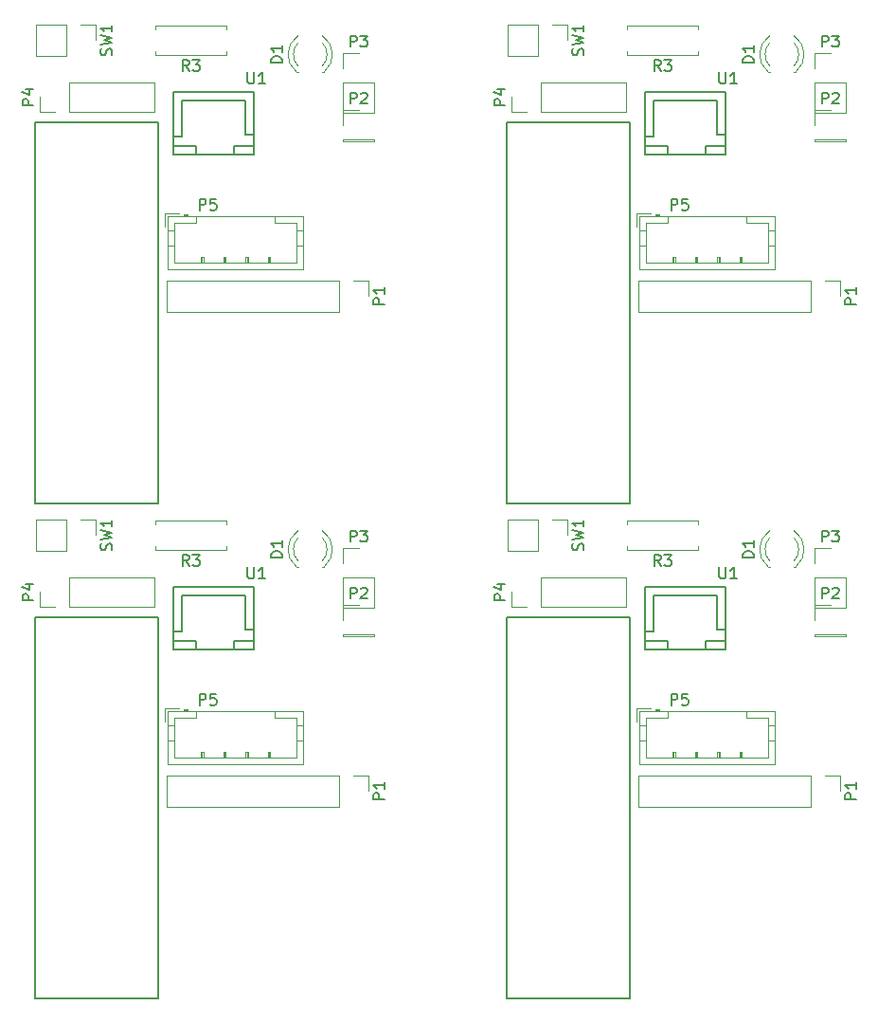
<source format=gto>
G04 #@! TF.FileFunction,Legend,Top*
%FSLAX46Y46*%
G04 Gerber Fmt 4.6, Leading zero omitted, Abs format (unit mm)*
G04 Created by KiCad (PCBNEW 4.0.7-e2-6376~58~ubuntu16.04.1) date Sat Apr 14 23:56:37 2018*
%MOMM*%
%LPD*%
G01*
G04 APERTURE LIST*
%ADD10C,0.100000*%
%ADD11C,0.120000*%
%ADD12C,0.150000*%
G04 APERTURE END LIST*
D10*
D11*
X124696000Y-72622000D02*
X124696000Y-77322000D01*
X124696000Y-77322000D02*
X136796000Y-77322000D01*
X136796000Y-77322000D02*
X136796000Y-72622000D01*
X136796000Y-72622000D02*
X124696000Y-72622000D01*
X127246000Y-72622000D02*
X127246000Y-73222000D01*
X127246000Y-73222000D02*
X125296000Y-73222000D01*
X125296000Y-73222000D02*
X125296000Y-76722000D01*
X125296000Y-76722000D02*
X136196000Y-76722000D01*
X136196000Y-76722000D02*
X136196000Y-73222000D01*
X136196000Y-73222000D02*
X134246000Y-73222000D01*
X134246000Y-73222000D02*
X134246000Y-72622000D01*
X124696000Y-73922000D02*
X125296000Y-73922000D01*
X124696000Y-75222000D02*
X125296000Y-75222000D01*
X136796000Y-73922000D02*
X136196000Y-73922000D01*
X136796000Y-75222000D02*
X136196000Y-75222000D01*
X126446000Y-72622000D02*
X126446000Y-72422000D01*
X126446000Y-72422000D02*
X126146000Y-72422000D01*
X126146000Y-72422000D02*
X126146000Y-72622000D01*
X126446000Y-72522000D02*
X126146000Y-72522000D01*
X127646000Y-76722000D02*
X127646000Y-76222000D01*
X127646000Y-76222000D02*
X127846000Y-76222000D01*
X127846000Y-76222000D02*
X127846000Y-76722000D01*
X127746000Y-76722000D02*
X127746000Y-76222000D01*
X129646000Y-76722000D02*
X129646000Y-76222000D01*
X129646000Y-76222000D02*
X129846000Y-76222000D01*
X129846000Y-76222000D02*
X129846000Y-76722000D01*
X129746000Y-76722000D02*
X129746000Y-76222000D01*
X131646000Y-76722000D02*
X131646000Y-76222000D01*
X131646000Y-76222000D02*
X131846000Y-76222000D01*
X131846000Y-76222000D02*
X131846000Y-76722000D01*
X131746000Y-76722000D02*
X131746000Y-76222000D01*
X133646000Y-76722000D02*
X133646000Y-76222000D01*
X133646000Y-76222000D02*
X133846000Y-76222000D01*
X133846000Y-76222000D02*
X133846000Y-76722000D01*
X133746000Y-76722000D02*
X133746000Y-76222000D01*
X125646000Y-72322000D02*
X124396000Y-72322000D01*
X124396000Y-72322000D02*
X124396000Y-73572000D01*
D12*
X112776000Y-64262000D02*
X112776000Y-98298000D01*
X112776000Y-98298000D02*
X123825000Y-98298000D01*
X112776000Y-64262000D02*
X123825000Y-64262000D01*
X123825000Y-64262000D02*
X123825000Y-98298000D01*
D11*
X115824000Y-63306000D02*
X123504000Y-63306000D01*
X123504000Y-63306000D02*
X123504000Y-60646000D01*
X123504000Y-60646000D02*
X115824000Y-60646000D01*
X115824000Y-60646000D02*
X115824000Y-63306000D01*
X114554000Y-63306000D02*
X113224000Y-63306000D01*
X113224000Y-63306000D02*
X113224000Y-61976000D01*
X140342000Y-65786000D02*
X140342000Y-65906000D01*
X140342000Y-65906000D02*
X143122000Y-65906000D01*
X143122000Y-65906000D02*
X143122000Y-65786000D01*
X143122000Y-65786000D02*
X140342000Y-65786000D01*
X140342000Y-64516000D02*
X140342000Y-63126000D01*
X140342000Y-63126000D02*
X141732000Y-63126000D01*
X140342000Y-60706000D02*
X140342000Y-63366000D01*
X140342000Y-63366000D02*
X143122000Y-63366000D01*
X143122000Y-63366000D02*
X143122000Y-60706000D01*
X143122000Y-60706000D02*
X140342000Y-60706000D01*
X140342000Y-59436000D02*
X140342000Y-58046000D01*
X140342000Y-58046000D02*
X141732000Y-58046000D01*
X115570000Y-55506000D02*
X112910000Y-55506000D01*
X112910000Y-55506000D02*
X112910000Y-58286000D01*
X112910000Y-58286000D02*
X115570000Y-58286000D01*
X115570000Y-58286000D02*
X115570000Y-55506000D01*
X116840000Y-55506000D02*
X118230000Y-55506000D01*
X118230000Y-55506000D02*
X118230000Y-56896000D01*
X129956000Y-57876000D02*
X129956000Y-58206000D01*
X129956000Y-58206000D02*
X123536000Y-58206000D01*
X123536000Y-58206000D02*
X123536000Y-57876000D01*
X129956000Y-55916000D02*
X129956000Y-55586000D01*
X129956000Y-55586000D02*
X123536000Y-55586000D01*
X123536000Y-55586000D02*
X123536000Y-55916000D01*
X139954000Y-78366000D02*
X124594000Y-78366000D01*
X124594000Y-78366000D02*
X124594000Y-81146000D01*
X124594000Y-81146000D02*
X139954000Y-81146000D01*
X139954000Y-81146000D02*
X139954000Y-78366000D01*
X141224000Y-78366000D02*
X142614000Y-78366000D01*
X142614000Y-78366000D02*
X142614000Y-79756000D01*
X136335392Y-56493665D02*
G75*
G03X136178484Y-59726000I1078608J-1672335D01*
G01*
X138492608Y-56493665D02*
G75*
G02X138649516Y-59726000I-1078608J-1672335D01*
G01*
X136334163Y-57124870D02*
G75*
G03X136334000Y-59206961I1079837J-1041130D01*
G01*
X138493837Y-57124870D02*
G75*
G02X138494000Y-59206961I-1079837J-1041130D01*
G01*
X136178000Y-59726000D02*
X136334000Y-59726000D01*
X138494000Y-59726000D02*
X138650000Y-59726000D01*
D12*
X125178000Y-66316000D02*
X127178000Y-66316000D01*
X125178000Y-65516000D02*
X125978000Y-65516000D01*
X127178000Y-66316000D02*
X127178000Y-67116000D01*
X132378000Y-66316000D02*
X130978000Y-66316000D01*
X130978000Y-66316000D02*
X130778000Y-66316000D01*
X130778000Y-66316000D02*
X130578000Y-66316000D01*
X130578000Y-66316000D02*
X130578000Y-66916000D01*
X130578000Y-66916000D02*
X130578000Y-67116000D01*
X130578000Y-67116000D02*
X130578000Y-66916000D01*
X125978000Y-65516000D02*
X125978000Y-62316000D01*
X125978000Y-62316000D02*
X131578000Y-62316000D01*
X131578000Y-62316000D02*
X131578000Y-65316000D01*
X131578000Y-65316000D02*
X132378000Y-65316000D01*
X125178000Y-61516000D02*
X132378000Y-61516000D01*
X132378000Y-61516000D02*
X132378000Y-67116000D01*
X132378000Y-67116000D02*
X125178000Y-67116000D01*
X125178000Y-67116000D02*
X125178000Y-61516000D01*
X167342000Y-66316000D02*
X169342000Y-66316000D01*
X167342000Y-65516000D02*
X168142000Y-65516000D01*
X169342000Y-66316000D02*
X169342000Y-67116000D01*
X174542000Y-66316000D02*
X173142000Y-66316000D01*
X173142000Y-66316000D02*
X172942000Y-66316000D01*
X172942000Y-66316000D02*
X172742000Y-66316000D01*
X172742000Y-66316000D02*
X172742000Y-66916000D01*
X172742000Y-66916000D02*
X172742000Y-67116000D01*
X172742000Y-67116000D02*
X172742000Y-66916000D01*
X168142000Y-65516000D02*
X168142000Y-62316000D01*
X168142000Y-62316000D02*
X173742000Y-62316000D01*
X173742000Y-62316000D02*
X173742000Y-65316000D01*
X173742000Y-65316000D02*
X174542000Y-65316000D01*
X167342000Y-61516000D02*
X174542000Y-61516000D01*
X174542000Y-61516000D02*
X174542000Y-67116000D01*
X174542000Y-67116000D02*
X167342000Y-67116000D01*
X167342000Y-67116000D02*
X167342000Y-61516000D01*
D11*
X178499392Y-56493665D02*
G75*
G03X178342484Y-59726000I1078608J-1672335D01*
G01*
X180656608Y-56493665D02*
G75*
G02X180813516Y-59726000I-1078608J-1672335D01*
G01*
X178498163Y-57124870D02*
G75*
G03X178498000Y-59206961I1079837J-1041130D01*
G01*
X180657837Y-57124870D02*
G75*
G02X180658000Y-59206961I-1079837J-1041130D01*
G01*
X178342000Y-59726000D02*
X178498000Y-59726000D01*
X180658000Y-59726000D02*
X180814000Y-59726000D01*
X182118000Y-78366000D02*
X166758000Y-78366000D01*
X166758000Y-78366000D02*
X166758000Y-81146000D01*
X166758000Y-81146000D02*
X182118000Y-81146000D01*
X182118000Y-81146000D02*
X182118000Y-78366000D01*
X183388000Y-78366000D02*
X184778000Y-78366000D01*
X184778000Y-78366000D02*
X184778000Y-79756000D01*
X172120000Y-57876000D02*
X172120000Y-58206000D01*
X172120000Y-58206000D02*
X165700000Y-58206000D01*
X165700000Y-58206000D02*
X165700000Y-57876000D01*
X172120000Y-55916000D02*
X172120000Y-55586000D01*
X172120000Y-55586000D02*
X165700000Y-55586000D01*
X165700000Y-55586000D02*
X165700000Y-55916000D01*
X157734000Y-55506000D02*
X155074000Y-55506000D01*
X155074000Y-55506000D02*
X155074000Y-58286000D01*
X155074000Y-58286000D02*
X157734000Y-58286000D01*
X157734000Y-58286000D02*
X157734000Y-55506000D01*
X159004000Y-55506000D02*
X160394000Y-55506000D01*
X160394000Y-55506000D02*
X160394000Y-56896000D01*
X182506000Y-60706000D02*
X182506000Y-63366000D01*
X182506000Y-63366000D02*
X185286000Y-63366000D01*
X185286000Y-63366000D02*
X185286000Y-60706000D01*
X185286000Y-60706000D02*
X182506000Y-60706000D01*
X182506000Y-59436000D02*
X182506000Y-58046000D01*
X182506000Y-58046000D02*
X183896000Y-58046000D01*
X182506000Y-65786000D02*
X182506000Y-65906000D01*
X182506000Y-65906000D02*
X185286000Y-65906000D01*
X185286000Y-65906000D02*
X185286000Y-65786000D01*
X185286000Y-65786000D02*
X182506000Y-65786000D01*
X182506000Y-64516000D02*
X182506000Y-63126000D01*
X182506000Y-63126000D02*
X183896000Y-63126000D01*
D12*
X154940000Y-64262000D02*
X154940000Y-98298000D01*
X154940000Y-98298000D02*
X165989000Y-98298000D01*
X154940000Y-64262000D02*
X165989000Y-64262000D01*
X165989000Y-64262000D02*
X165989000Y-98298000D01*
D11*
X157988000Y-63306000D02*
X165668000Y-63306000D01*
X165668000Y-63306000D02*
X165668000Y-60646000D01*
X165668000Y-60646000D02*
X157988000Y-60646000D01*
X157988000Y-60646000D02*
X157988000Y-63306000D01*
X156718000Y-63306000D02*
X155388000Y-63306000D01*
X155388000Y-63306000D02*
X155388000Y-61976000D01*
X166860000Y-72622000D02*
X166860000Y-77322000D01*
X166860000Y-77322000D02*
X178960000Y-77322000D01*
X178960000Y-77322000D02*
X178960000Y-72622000D01*
X178960000Y-72622000D02*
X166860000Y-72622000D01*
X169410000Y-72622000D02*
X169410000Y-73222000D01*
X169410000Y-73222000D02*
X167460000Y-73222000D01*
X167460000Y-73222000D02*
X167460000Y-76722000D01*
X167460000Y-76722000D02*
X178360000Y-76722000D01*
X178360000Y-76722000D02*
X178360000Y-73222000D01*
X178360000Y-73222000D02*
X176410000Y-73222000D01*
X176410000Y-73222000D02*
X176410000Y-72622000D01*
X166860000Y-73922000D02*
X167460000Y-73922000D01*
X166860000Y-75222000D02*
X167460000Y-75222000D01*
X178960000Y-73922000D02*
X178360000Y-73922000D01*
X178960000Y-75222000D02*
X178360000Y-75222000D01*
X168610000Y-72622000D02*
X168610000Y-72422000D01*
X168610000Y-72422000D02*
X168310000Y-72422000D01*
X168310000Y-72422000D02*
X168310000Y-72622000D01*
X168610000Y-72522000D02*
X168310000Y-72522000D01*
X169810000Y-76722000D02*
X169810000Y-76222000D01*
X169810000Y-76222000D02*
X170010000Y-76222000D01*
X170010000Y-76222000D02*
X170010000Y-76722000D01*
X169910000Y-76722000D02*
X169910000Y-76222000D01*
X171810000Y-76722000D02*
X171810000Y-76222000D01*
X171810000Y-76222000D02*
X172010000Y-76222000D01*
X172010000Y-76222000D02*
X172010000Y-76722000D01*
X171910000Y-76722000D02*
X171910000Y-76222000D01*
X173810000Y-76722000D02*
X173810000Y-76222000D01*
X173810000Y-76222000D02*
X174010000Y-76222000D01*
X174010000Y-76222000D02*
X174010000Y-76722000D01*
X173910000Y-76722000D02*
X173910000Y-76222000D01*
X175810000Y-76722000D02*
X175810000Y-76222000D01*
X175810000Y-76222000D02*
X176010000Y-76222000D01*
X176010000Y-76222000D02*
X176010000Y-76722000D01*
X175910000Y-76722000D02*
X175910000Y-76222000D01*
X167810000Y-72322000D02*
X166560000Y-72322000D01*
X166560000Y-72322000D02*
X166560000Y-73572000D01*
X166860000Y-116818000D02*
X166860000Y-121518000D01*
X166860000Y-121518000D02*
X178960000Y-121518000D01*
X178960000Y-121518000D02*
X178960000Y-116818000D01*
X178960000Y-116818000D02*
X166860000Y-116818000D01*
X169410000Y-116818000D02*
X169410000Y-117418000D01*
X169410000Y-117418000D02*
X167460000Y-117418000D01*
X167460000Y-117418000D02*
X167460000Y-120918000D01*
X167460000Y-120918000D02*
X178360000Y-120918000D01*
X178360000Y-120918000D02*
X178360000Y-117418000D01*
X178360000Y-117418000D02*
X176410000Y-117418000D01*
X176410000Y-117418000D02*
X176410000Y-116818000D01*
X166860000Y-118118000D02*
X167460000Y-118118000D01*
X166860000Y-119418000D02*
X167460000Y-119418000D01*
X178960000Y-118118000D02*
X178360000Y-118118000D01*
X178960000Y-119418000D02*
X178360000Y-119418000D01*
X168610000Y-116818000D02*
X168610000Y-116618000D01*
X168610000Y-116618000D02*
X168310000Y-116618000D01*
X168310000Y-116618000D02*
X168310000Y-116818000D01*
X168610000Y-116718000D02*
X168310000Y-116718000D01*
X169810000Y-120918000D02*
X169810000Y-120418000D01*
X169810000Y-120418000D02*
X170010000Y-120418000D01*
X170010000Y-120418000D02*
X170010000Y-120918000D01*
X169910000Y-120918000D02*
X169910000Y-120418000D01*
X171810000Y-120918000D02*
X171810000Y-120418000D01*
X171810000Y-120418000D02*
X172010000Y-120418000D01*
X172010000Y-120418000D02*
X172010000Y-120918000D01*
X171910000Y-120918000D02*
X171910000Y-120418000D01*
X173810000Y-120918000D02*
X173810000Y-120418000D01*
X173810000Y-120418000D02*
X174010000Y-120418000D01*
X174010000Y-120418000D02*
X174010000Y-120918000D01*
X173910000Y-120918000D02*
X173910000Y-120418000D01*
X175810000Y-120918000D02*
X175810000Y-120418000D01*
X175810000Y-120418000D02*
X176010000Y-120418000D01*
X176010000Y-120418000D02*
X176010000Y-120918000D01*
X175910000Y-120918000D02*
X175910000Y-120418000D01*
X167810000Y-116518000D02*
X166560000Y-116518000D01*
X166560000Y-116518000D02*
X166560000Y-117768000D01*
D12*
X154940000Y-108458000D02*
X154940000Y-142494000D01*
X154940000Y-142494000D02*
X165989000Y-142494000D01*
X154940000Y-108458000D02*
X165989000Y-108458000D01*
X165989000Y-108458000D02*
X165989000Y-142494000D01*
D11*
X157988000Y-107502000D02*
X165668000Y-107502000D01*
X165668000Y-107502000D02*
X165668000Y-104842000D01*
X165668000Y-104842000D02*
X157988000Y-104842000D01*
X157988000Y-104842000D02*
X157988000Y-107502000D01*
X156718000Y-107502000D02*
X155388000Y-107502000D01*
X155388000Y-107502000D02*
X155388000Y-106172000D01*
X182506000Y-109982000D02*
X182506000Y-110102000D01*
X182506000Y-110102000D02*
X185286000Y-110102000D01*
X185286000Y-110102000D02*
X185286000Y-109982000D01*
X185286000Y-109982000D02*
X182506000Y-109982000D01*
X182506000Y-108712000D02*
X182506000Y-107322000D01*
X182506000Y-107322000D02*
X183896000Y-107322000D01*
X182506000Y-104902000D02*
X182506000Y-107562000D01*
X182506000Y-107562000D02*
X185286000Y-107562000D01*
X185286000Y-107562000D02*
X185286000Y-104902000D01*
X185286000Y-104902000D02*
X182506000Y-104902000D01*
X182506000Y-103632000D02*
X182506000Y-102242000D01*
X182506000Y-102242000D02*
X183896000Y-102242000D01*
X157734000Y-99702000D02*
X155074000Y-99702000D01*
X155074000Y-99702000D02*
X155074000Y-102482000D01*
X155074000Y-102482000D02*
X157734000Y-102482000D01*
X157734000Y-102482000D02*
X157734000Y-99702000D01*
X159004000Y-99702000D02*
X160394000Y-99702000D01*
X160394000Y-99702000D02*
X160394000Y-101092000D01*
X172120000Y-102072000D02*
X172120000Y-102402000D01*
X172120000Y-102402000D02*
X165700000Y-102402000D01*
X165700000Y-102402000D02*
X165700000Y-102072000D01*
X172120000Y-100112000D02*
X172120000Y-99782000D01*
X172120000Y-99782000D02*
X165700000Y-99782000D01*
X165700000Y-99782000D02*
X165700000Y-100112000D01*
X182118000Y-122562000D02*
X166758000Y-122562000D01*
X166758000Y-122562000D02*
X166758000Y-125342000D01*
X166758000Y-125342000D02*
X182118000Y-125342000D01*
X182118000Y-125342000D02*
X182118000Y-122562000D01*
X183388000Y-122562000D02*
X184778000Y-122562000D01*
X184778000Y-122562000D02*
X184778000Y-123952000D01*
X178499392Y-100689665D02*
G75*
G03X178342484Y-103922000I1078608J-1672335D01*
G01*
X180656608Y-100689665D02*
G75*
G02X180813516Y-103922000I-1078608J-1672335D01*
G01*
X178498163Y-101320870D02*
G75*
G03X178498000Y-103402961I1079837J-1041130D01*
G01*
X180657837Y-101320870D02*
G75*
G02X180658000Y-103402961I-1079837J-1041130D01*
G01*
X178342000Y-103922000D02*
X178498000Y-103922000D01*
X180658000Y-103922000D02*
X180814000Y-103922000D01*
D12*
X167342000Y-110512000D02*
X169342000Y-110512000D01*
X167342000Y-109712000D02*
X168142000Y-109712000D01*
X169342000Y-110512000D02*
X169342000Y-111312000D01*
X174542000Y-110512000D02*
X173142000Y-110512000D01*
X173142000Y-110512000D02*
X172942000Y-110512000D01*
X172942000Y-110512000D02*
X172742000Y-110512000D01*
X172742000Y-110512000D02*
X172742000Y-111112000D01*
X172742000Y-111112000D02*
X172742000Y-111312000D01*
X172742000Y-111312000D02*
X172742000Y-111112000D01*
X168142000Y-109712000D02*
X168142000Y-106512000D01*
X168142000Y-106512000D02*
X173742000Y-106512000D01*
X173742000Y-106512000D02*
X173742000Y-109512000D01*
X173742000Y-109512000D02*
X174542000Y-109512000D01*
X167342000Y-105712000D02*
X174542000Y-105712000D01*
X174542000Y-105712000D02*
X174542000Y-111312000D01*
X174542000Y-111312000D02*
X167342000Y-111312000D01*
X167342000Y-111312000D02*
X167342000Y-105712000D01*
X125178000Y-110512000D02*
X127178000Y-110512000D01*
X125178000Y-109712000D02*
X125978000Y-109712000D01*
X127178000Y-110512000D02*
X127178000Y-111312000D01*
X132378000Y-110512000D02*
X130978000Y-110512000D01*
X130978000Y-110512000D02*
X130778000Y-110512000D01*
X130778000Y-110512000D02*
X130578000Y-110512000D01*
X130578000Y-110512000D02*
X130578000Y-111112000D01*
X130578000Y-111112000D02*
X130578000Y-111312000D01*
X130578000Y-111312000D02*
X130578000Y-111112000D01*
X125978000Y-109712000D02*
X125978000Y-106512000D01*
X125978000Y-106512000D02*
X131578000Y-106512000D01*
X131578000Y-106512000D02*
X131578000Y-109512000D01*
X131578000Y-109512000D02*
X132378000Y-109512000D01*
X125178000Y-105712000D02*
X132378000Y-105712000D01*
X132378000Y-105712000D02*
X132378000Y-111312000D01*
X132378000Y-111312000D02*
X125178000Y-111312000D01*
X125178000Y-111312000D02*
X125178000Y-105712000D01*
D11*
X136335392Y-100689665D02*
G75*
G03X136178484Y-103922000I1078608J-1672335D01*
G01*
X138492608Y-100689665D02*
G75*
G02X138649516Y-103922000I-1078608J-1672335D01*
G01*
X136334163Y-101320870D02*
G75*
G03X136334000Y-103402961I1079837J-1041130D01*
G01*
X138493837Y-101320870D02*
G75*
G02X138494000Y-103402961I-1079837J-1041130D01*
G01*
X136178000Y-103922000D02*
X136334000Y-103922000D01*
X138494000Y-103922000D02*
X138650000Y-103922000D01*
X139954000Y-122562000D02*
X124594000Y-122562000D01*
X124594000Y-122562000D02*
X124594000Y-125342000D01*
X124594000Y-125342000D02*
X139954000Y-125342000D01*
X139954000Y-125342000D02*
X139954000Y-122562000D01*
X141224000Y-122562000D02*
X142614000Y-122562000D01*
X142614000Y-122562000D02*
X142614000Y-123952000D01*
X129956000Y-102072000D02*
X129956000Y-102402000D01*
X129956000Y-102402000D02*
X123536000Y-102402000D01*
X123536000Y-102402000D02*
X123536000Y-102072000D01*
X129956000Y-100112000D02*
X129956000Y-99782000D01*
X129956000Y-99782000D02*
X123536000Y-99782000D01*
X123536000Y-99782000D02*
X123536000Y-100112000D01*
X115570000Y-99702000D02*
X112910000Y-99702000D01*
X112910000Y-99702000D02*
X112910000Y-102482000D01*
X112910000Y-102482000D02*
X115570000Y-102482000D01*
X115570000Y-102482000D02*
X115570000Y-99702000D01*
X116840000Y-99702000D02*
X118230000Y-99702000D01*
X118230000Y-99702000D02*
X118230000Y-101092000D01*
X140342000Y-104902000D02*
X140342000Y-107562000D01*
X140342000Y-107562000D02*
X143122000Y-107562000D01*
X143122000Y-107562000D02*
X143122000Y-104902000D01*
X143122000Y-104902000D02*
X140342000Y-104902000D01*
X140342000Y-103632000D02*
X140342000Y-102242000D01*
X140342000Y-102242000D02*
X141732000Y-102242000D01*
X140342000Y-109982000D02*
X140342000Y-110102000D01*
X140342000Y-110102000D02*
X143122000Y-110102000D01*
X143122000Y-110102000D02*
X143122000Y-109982000D01*
X143122000Y-109982000D02*
X140342000Y-109982000D01*
X140342000Y-108712000D02*
X140342000Y-107322000D01*
X140342000Y-107322000D02*
X141732000Y-107322000D01*
D12*
X112776000Y-108458000D02*
X112776000Y-142494000D01*
X112776000Y-142494000D02*
X123825000Y-142494000D01*
X112776000Y-108458000D02*
X123825000Y-108458000D01*
X123825000Y-108458000D02*
X123825000Y-142494000D01*
D11*
X115824000Y-107502000D02*
X123504000Y-107502000D01*
X123504000Y-107502000D02*
X123504000Y-104842000D01*
X123504000Y-104842000D02*
X115824000Y-104842000D01*
X115824000Y-104842000D02*
X115824000Y-107502000D01*
X114554000Y-107502000D02*
X113224000Y-107502000D01*
X113224000Y-107502000D02*
X113224000Y-106172000D01*
X124696000Y-116818000D02*
X124696000Y-121518000D01*
X124696000Y-121518000D02*
X136796000Y-121518000D01*
X136796000Y-121518000D02*
X136796000Y-116818000D01*
X136796000Y-116818000D02*
X124696000Y-116818000D01*
X127246000Y-116818000D02*
X127246000Y-117418000D01*
X127246000Y-117418000D02*
X125296000Y-117418000D01*
X125296000Y-117418000D02*
X125296000Y-120918000D01*
X125296000Y-120918000D02*
X136196000Y-120918000D01*
X136196000Y-120918000D02*
X136196000Y-117418000D01*
X136196000Y-117418000D02*
X134246000Y-117418000D01*
X134246000Y-117418000D02*
X134246000Y-116818000D01*
X124696000Y-118118000D02*
X125296000Y-118118000D01*
X124696000Y-119418000D02*
X125296000Y-119418000D01*
X136796000Y-118118000D02*
X136196000Y-118118000D01*
X136796000Y-119418000D02*
X136196000Y-119418000D01*
X126446000Y-116818000D02*
X126446000Y-116618000D01*
X126446000Y-116618000D02*
X126146000Y-116618000D01*
X126146000Y-116618000D02*
X126146000Y-116818000D01*
X126446000Y-116718000D02*
X126146000Y-116718000D01*
X127646000Y-120918000D02*
X127646000Y-120418000D01*
X127646000Y-120418000D02*
X127846000Y-120418000D01*
X127846000Y-120418000D02*
X127846000Y-120918000D01*
X127746000Y-120918000D02*
X127746000Y-120418000D01*
X129646000Y-120918000D02*
X129646000Y-120418000D01*
X129646000Y-120418000D02*
X129846000Y-120418000D01*
X129846000Y-120418000D02*
X129846000Y-120918000D01*
X129746000Y-120918000D02*
X129746000Y-120418000D01*
X131646000Y-120918000D02*
X131646000Y-120418000D01*
X131646000Y-120418000D02*
X131846000Y-120418000D01*
X131846000Y-120418000D02*
X131846000Y-120918000D01*
X131746000Y-120918000D02*
X131746000Y-120418000D01*
X133646000Y-120918000D02*
X133646000Y-120418000D01*
X133646000Y-120418000D02*
X133846000Y-120418000D01*
X133846000Y-120418000D02*
X133846000Y-120918000D01*
X133746000Y-120918000D02*
X133746000Y-120418000D01*
X125646000Y-116518000D02*
X124396000Y-116518000D01*
X124396000Y-116518000D02*
X124396000Y-117768000D01*
D12*
X127507905Y-72074381D02*
X127507905Y-71074381D01*
X127888858Y-71074381D01*
X127984096Y-71122000D01*
X128031715Y-71169619D01*
X128079334Y-71264857D01*
X128079334Y-71407714D01*
X128031715Y-71502952D01*
X127984096Y-71550571D01*
X127888858Y-71598190D01*
X127507905Y-71598190D01*
X128984096Y-71074381D02*
X128507905Y-71074381D01*
X128460286Y-71550571D01*
X128507905Y-71502952D01*
X128603143Y-71455333D01*
X128841239Y-71455333D01*
X128936477Y-71502952D01*
X128984096Y-71550571D01*
X129031715Y-71645810D01*
X129031715Y-71883905D01*
X128984096Y-71979143D01*
X128936477Y-72026762D01*
X128841239Y-72074381D01*
X128603143Y-72074381D01*
X128507905Y-72026762D01*
X128460286Y-71979143D01*
X112676381Y-62714095D02*
X111676381Y-62714095D01*
X111676381Y-62333142D01*
X111724000Y-62237904D01*
X111771619Y-62190285D01*
X111866857Y-62142666D01*
X112009714Y-62142666D01*
X112104952Y-62190285D01*
X112152571Y-62237904D01*
X112200190Y-62333142D01*
X112200190Y-62714095D01*
X112009714Y-61285523D02*
X112676381Y-61285523D01*
X111628762Y-61523619D02*
X112343048Y-61761714D01*
X112343048Y-61142666D01*
X140993905Y-62578381D02*
X140993905Y-61578381D01*
X141374858Y-61578381D01*
X141470096Y-61626000D01*
X141517715Y-61673619D01*
X141565334Y-61768857D01*
X141565334Y-61911714D01*
X141517715Y-62006952D01*
X141470096Y-62054571D01*
X141374858Y-62102190D01*
X140993905Y-62102190D01*
X141946286Y-61673619D02*
X141993905Y-61626000D01*
X142089143Y-61578381D01*
X142327239Y-61578381D01*
X142422477Y-61626000D01*
X142470096Y-61673619D01*
X142517715Y-61768857D01*
X142517715Y-61864095D01*
X142470096Y-62006952D01*
X141898667Y-62578381D01*
X142517715Y-62578381D01*
X140993905Y-57498381D02*
X140993905Y-56498381D01*
X141374858Y-56498381D01*
X141470096Y-56546000D01*
X141517715Y-56593619D01*
X141565334Y-56688857D01*
X141565334Y-56831714D01*
X141517715Y-56926952D01*
X141470096Y-56974571D01*
X141374858Y-57022190D01*
X140993905Y-57022190D01*
X141898667Y-56498381D02*
X142517715Y-56498381D01*
X142184381Y-56879333D01*
X142327239Y-56879333D01*
X142422477Y-56926952D01*
X142470096Y-56974571D01*
X142517715Y-57069810D01*
X142517715Y-57307905D01*
X142470096Y-57403143D01*
X142422477Y-57450762D01*
X142327239Y-57498381D01*
X142041524Y-57498381D01*
X141946286Y-57450762D01*
X141898667Y-57403143D01*
X119634762Y-58229333D02*
X119682381Y-58086476D01*
X119682381Y-57848380D01*
X119634762Y-57753142D01*
X119587143Y-57705523D01*
X119491905Y-57657904D01*
X119396667Y-57657904D01*
X119301429Y-57705523D01*
X119253810Y-57753142D01*
X119206190Y-57848380D01*
X119158571Y-58038857D01*
X119110952Y-58134095D01*
X119063333Y-58181714D01*
X118968095Y-58229333D01*
X118872857Y-58229333D01*
X118777619Y-58181714D01*
X118730000Y-58134095D01*
X118682381Y-58038857D01*
X118682381Y-57800761D01*
X118730000Y-57657904D01*
X118682381Y-57324571D02*
X119682381Y-57086476D01*
X118968095Y-56895999D01*
X119682381Y-56705523D01*
X118682381Y-56467428D01*
X119682381Y-55562666D02*
X119682381Y-56134095D01*
X119682381Y-55848381D02*
X118682381Y-55848381D01*
X118825238Y-55943619D01*
X118920476Y-56038857D01*
X118968095Y-56134095D01*
X126579334Y-59658381D02*
X126246000Y-59182190D01*
X126007905Y-59658381D02*
X126007905Y-58658381D01*
X126388858Y-58658381D01*
X126484096Y-58706000D01*
X126531715Y-58753619D01*
X126579334Y-58848857D01*
X126579334Y-58991714D01*
X126531715Y-59086952D01*
X126484096Y-59134571D01*
X126388858Y-59182190D01*
X126007905Y-59182190D01*
X126912667Y-58658381D02*
X127531715Y-58658381D01*
X127198381Y-59039333D01*
X127341239Y-59039333D01*
X127436477Y-59086952D01*
X127484096Y-59134571D01*
X127531715Y-59229810D01*
X127531715Y-59467905D01*
X127484096Y-59563143D01*
X127436477Y-59610762D01*
X127341239Y-59658381D01*
X127055524Y-59658381D01*
X126960286Y-59610762D01*
X126912667Y-59563143D01*
X144066381Y-80494095D02*
X143066381Y-80494095D01*
X143066381Y-80113142D01*
X143114000Y-80017904D01*
X143161619Y-79970285D01*
X143256857Y-79922666D01*
X143399714Y-79922666D01*
X143494952Y-79970285D01*
X143542571Y-80017904D01*
X143590190Y-80113142D01*
X143590190Y-80494095D01*
X144066381Y-78970285D02*
X144066381Y-79541714D01*
X144066381Y-79256000D02*
X143066381Y-79256000D01*
X143209238Y-79351238D01*
X143304476Y-79446476D01*
X143352095Y-79541714D01*
X134906381Y-58904095D02*
X133906381Y-58904095D01*
X133906381Y-58666000D01*
X133954000Y-58523142D01*
X134049238Y-58427904D01*
X134144476Y-58380285D01*
X134334952Y-58332666D01*
X134477810Y-58332666D01*
X134668286Y-58380285D01*
X134763524Y-58427904D01*
X134858762Y-58523142D01*
X134906381Y-58666000D01*
X134906381Y-58904095D01*
X134906381Y-57380285D02*
X134906381Y-57951714D01*
X134906381Y-57666000D02*
X133906381Y-57666000D01*
X134049238Y-57761238D01*
X134144476Y-57856476D01*
X134192095Y-57951714D01*
X131816095Y-59768381D02*
X131816095Y-60577905D01*
X131863714Y-60673143D01*
X131911333Y-60720762D01*
X132006571Y-60768381D01*
X132197048Y-60768381D01*
X132292286Y-60720762D01*
X132339905Y-60673143D01*
X132387524Y-60577905D01*
X132387524Y-59768381D01*
X133387524Y-60768381D02*
X132816095Y-60768381D01*
X133101809Y-60768381D02*
X133101809Y-59768381D01*
X133006571Y-59911238D01*
X132911333Y-60006476D01*
X132816095Y-60054095D01*
X173980095Y-59768381D02*
X173980095Y-60577905D01*
X174027714Y-60673143D01*
X174075333Y-60720762D01*
X174170571Y-60768381D01*
X174361048Y-60768381D01*
X174456286Y-60720762D01*
X174503905Y-60673143D01*
X174551524Y-60577905D01*
X174551524Y-59768381D01*
X175551524Y-60768381D02*
X174980095Y-60768381D01*
X175265809Y-60768381D02*
X175265809Y-59768381D01*
X175170571Y-59911238D01*
X175075333Y-60006476D01*
X174980095Y-60054095D01*
X177070381Y-58904095D02*
X176070381Y-58904095D01*
X176070381Y-58666000D01*
X176118000Y-58523142D01*
X176213238Y-58427904D01*
X176308476Y-58380285D01*
X176498952Y-58332666D01*
X176641810Y-58332666D01*
X176832286Y-58380285D01*
X176927524Y-58427904D01*
X177022762Y-58523142D01*
X177070381Y-58666000D01*
X177070381Y-58904095D01*
X177070381Y-57380285D02*
X177070381Y-57951714D01*
X177070381Y-57666000D02*
X176070381Y-57666000D01*
X176213238Y-57761238D01*
X176308476Y-57856476D01*
X176356095Y-57951714D01*
X186230381Y-80494095D02*
X185230381Y-80494095D01*
X185230381Y-80113142D01*
X185278000Y-80017904D01*
X185325619Y-79970285D01*
X185420857Y-79922666D01*
X185563714Y-79922666D01*
X185658952Y-79970285D01*
X185706571Y-80017904D01*
X185754190Y-80113142D01*
X185754190Y-80494095D01*
X186230381Y-78970285D02*
X186230381Y-79541714D01*
X186230381Y-79256000D02*
X185230381Y-79256000D01*
X185373238Y-79351238D01*
X185468476Y-79446476D01*
X185516095Y-79541714D01*
X168743334Y-59658381D02*
X168410000Y-59182190D01*
X168171905Y-59658381D02*
X168171905Y-58658381D01*
X168552858Y-58658381D01*
X168648096Y-58706000D01*
X168695715Y-58753619D01*
X168743334Y-58848857D01*
X168743334Y-58991714D01*
X168695715Y-59086952D01*
X168648096Y-59134571D01*
X168552858Y-59182190D01*
X168171905Y-59182190D01*
X169076667Y-58658381D02*
X169695715Y-58658381D01*
X169362381Y-59039333D01*
X169505239Y-59039333D01*
X169600477Y-59086952D01*
X169648096Y-59134571D01*
X169695715Y-59229810D01*
X169695715Y-59467905D01*
X169648096Y-59563143D01*
X169600477Y-59610762D01*
X169505239Y-59658381D01*
X169219524Y-59658381D01*
X169124286Y-59610762D01*
X169076667Y-59563143D01*
X161798762Y-58229333D02*
X161846381Y-58086476D01*
X161846381Y-57848380D01*
X161798762Y-57753142D01*
X161751143Y-57705523D01*
X161655905Y-57657904D01*
X161560667Y-57657904D01*
X161465429Y-57705523D01*
X161417810Y-57753142D01*
X161370190Y-57848380D01*
X161322571Y-58038857D01*
X161274952Y-58134095D01*
X161227333Y-58181714D01*
X161132095Y-58229333D01*
X161036857Y-58229333D01*
X160941619Y-58181714D01*
X160894000Y-58134095D01*
X160846381Y-58038857D01*
X160846381Y-57800761D01*
X160894000Y-57657904D01*
X160846381Y-57324571D02*
X161846381Y-57086476D01*
X161132095Y-56895999D01*
X161846381Y-56705523D01*
X160846381Y-56467428D01*
X161846381Y-55562666D02*
X161846381Y-56134095D01*
X161846381Y-55848381D02*
X160846381Y-55848381D01*
X160989238Y-55943619D01*
X161084476Y-56038857D01*
X161132095Y-56134095D01*
X183157905Y-57498381D02*
X183157905Y-56498381D01*
X183538858Y-56498381D01*
X183634096Y-56546000D01*
X183681715Y-56593619D01*
X183729334Y-56688857D01*
X183729334Y-56831714D01*
X183681715Y-56926952D01*
X183634096Y-56974571D01*
X183538858Y-57022190D01*
X183157905Y-57022190D01*
X184062667Y-56498381D02*
X184681715Y-56498381D01*
X184348381Y-56879333D01*
X184491239Y-56879333D01*
X184586477Y-56926952D01*
X184634096Y-56974571D01*
X184681715Y-57069810D01*
X184681715Y-57307905D01*
X184634096Y-57403143D01*
X184586477Y-57450762D01*
X184491239Y-57498381D01*
X184205524Y-57498381D01*
X184110286Y-57450762D01*
X184062667Y-57403143D01*
X183157905Y-62578381D02*
X183157905Y-61578381D01*
X183538858Y-61578381D01*
X183634096Y-61626000D01*
X183681715Y-61673619D01*
X183729334Y-61768857D01*
X183729334Y-61911714D01*
X183681715Y-62006952D01*
X183634096Y-62054571D01*
X183538858Y-62102190D01*
X183157905Y-62102190D01*
X184110286Y-61673619D02*
X184157905Y-61626000D01*
X184253143Y-61578381D01*
X184491239Y-61578381D01*
X184586477Y-61626000D01*
X184634096Y-61673619D01*
X184681715Y-61768857D01*
X184681715Y-61864095D01*
X184634096Y-62006952D01*
X184062667Y-62578381D01*
X184681715Y-62578381D01*
X154840381Y-62714095D02*
X153840381Y-62714095D01*
X153840381Y-62333142D01*
X153888000Y-62237904D01*
X153935619Y-62190285D01*
X154030857Y-62142666D01*
X154173714Y-62142666D01*
X154268952Y-62190285D01*
X154316571Y-62237904D01*
X154364190Y-62333142D01*
X154364190Y-62714095D01*
X154173714Y-61285523D02*
X154840381Y-61285523D01*
X153792762Y-61523619D02*
X154507048Y-61761714D01*
X154507048Y-61142666D01*
X169671905Y-72074381D02*
X169671905Y-71074381D01*
X170052858Y-71074381D01*
X170148096Y-71122000D01*
X170195715Y-71169619D01*
X170243334Y-71264857D01*
X170243334Y-71407714D01*
X170195715Y-71502952D01*
X170148096Y-71550571D01*
X170052858Y-71598190D01*
X169671905Y-71598190D01*
X171148096Y-71074381D02*
X170671905Y-71074381D01*
X170624286Y-71550571D01*
X170671905Y-71502952D01*
X170767143Y-71455333D01*
X171005239Y-71455333D01*
X171100477Y-71502952D01*
X171148096Y-71550571D01*
X171195715Y-71645810D01*
X171195715Y-71883905D01*
X171148096Y-71979143D01*
X171100477Y-72026762D01*
X171005239Y-72074381D01*
X170767143Y-72074381D01*
X170671905Y-72026762D01*
X170624286Y-71979143D01*
X169671905Y-116270381D02*
X169671905Y-115270381D01*
X170052858Y-115270381D01*
X170148096Y-115318000D01*
X170195715Y-115365619D01*
X170243334Y-115460857D01*
X170243334Y-115603714D01*
X170195715Y-115698952D01*
X170148096Y-115746571D01*
X170052858Y-115794190D01*
X169671905Y-115794190D01*
X171148096Y-115270381D02*
X170671905Y-115270381D01*
X170624286Y-115746571D01*
X170671905Y-115698952D01*
X170767143Y-115651333D01*
X171005239Y-115651333D01*
X171100477Y-115698952D01*
X171148096Y-115746571D01*
X171195715Y-115841810D01*
X171195715Y-116079905D01*
X171148096Y-116175143D01*
X171100477Y-116222762D01*
X171005239Y-116270381D01*
X170767143Y-116270381D01*
X170671905Y-116222762D01*
X170624286Y-116175143D01*
X154840381Y-106910095D02*
X153840381Y-106910095D01*
X153840381Y-106529142D01*
X153888000Y-106433904D01*
X153935619Y-106386285D01*
X154030857Y-106338666D01*
X154173714Y-106338666D01*
X154268952Y-106386285D01*
X154316571Y-106433904D01*
X154364190Y-106529142D01*
X154364190Y-106910095D01*
X154173714Y-105481523D02*
X154840381Y-105481523D01*
X153792762Y-105719619D02*
X154507048Y-105957714D01*
X154507048Y-105338666D01*
X183157905Y-106774381D02*
X183157905Y-105774381D01*
X183538858Y-105774381D01*
X183634096Y-105822000D01*
X183681715Y-105869619D01*
X183729334Y-105964857D01*
X183729334Y-106107714D01*
X183681715Y-106202952D01*
X183634096Y-106250571D01*
X183538858Y-106298190D01*
X183157905Y-106298190D01*
X184110286Y-105869619D02*
X184157905Y-105822000D01*
X184253143Y-105774381D01*
X184491239Y-105774381D01*
X184586477Y-105822000D01*
X184634096Y-105869619D01*
X184681715Y-105964857D01*
X184681715Y-106060095D01*
X184634096Y-106202952D01*
X184062667Y-106774381D01*
X184681715Y-106774381D01*
X183157905Y-101694381D02*
X183157905Y-100694381D01*
X183538858Y-100694381D01*
X183634096Y-100742000D01*
X183681715Y-100789619D01*
X183729334Y-100884857D01*
X183729334Y-101027714D01*
X183681715Y-101122952D01*
X183634096Y-101170571D01*
X183538858Y-101218190D01*
X183157905Y-101218190D01*
X184062667Y-100694381D02*
X184681715Y-100694381D01*
X184348381Y-101075333D01*
X184491239Y-101075333D01*
X184586477Y-101122952D01*
X184634096Y-101170571D01*
X184681715Y-101265810D01*
X184681715Y-101503905D01*
X184634096Y-101599143D01*
X184586477Y-101646762D01*
X184491239Y-101694381D01*
X184205524Y-101694381D01*
X184110286Y-101646762D01*
X184062667Y-101599143D01*
X161798762Y-102425333D02*
X161846381Y-102282476D01*
X161846381Y-102044380D01*
X161798762Y-101949142D01*
X161751143Y-101901523D01*
X161655905Y-101853904D01*
X161560667Y-101853904D01*
X161465429Y-101901523D01*
X161417810Y-101949142D01*
X161370190Y-102044380D01*
X161322571Y-102234857D01*
X161274952Y-102330095D01*
X161227333Y-102377714D01*
X161132095Y-102425333D01*
X161036857Y-102425333D01*
X160941619Y-102377714D01*
X160894000Y-102330095D01*
X160846381Y-102234857D01*
X160846381Y-101996761D01*
X160894000Y-101853904D01*
X160846381Y-101520571D02*
X161846381Y-101282476D01*
X161132095Y-101091999D01*
X161846381Y-100901523D01*
X160846381Y-100663428D01*
X161846381Y-99758666D02*
X161846381Y-100330095D01*
X161846381Y-100044381D02*
X160846381Y-100044381D01*
X160989238Y-100139619D01*
X161084476Y-100234857D01*
X161132095Y-100330095D01*
X168743334Y-103854381D02*
X168410000Y-103378190D01*
X168171905Y-103854381D02*
X168171905Y-102854381D01*
X168552858Y-102854381D01*
X168648096Y-102902000D01*
X168695715Y-102949619D01*
X168743334Y-103044857D01*
X168743334Y-103187714D01*
X168695715Y-103282952D01*
X168648096Y-103330571D01*
X168552858Y-103378190D01*
X168171905Y-103378190D01*
X169076667Y-102854381D02*
X169695715Y-102854381D01*
X169362381Y-103235333D01*
X169505239Y-103235333D01*
X169600477Y-103282952D01*
X169648096Y-103330571D01*
X169695715Y-103425810D01*
X169695715Y-103663905D01*
X169648096Y-103759143D01*
X169600477Y-103806762D01*
X169505239Y-103854381D01*
X169219524Y-103854381D01*
X169124286Y-103806762D01*
X169076667Y-103759143D01*
X186230381Y-124690095D02*
X185230381Y-124690095D01*
X185230381Y-124309142D01*
X185278000Y-124213904D01*
X185325619Y-124166285D01*
X185420857Y-124118666D01*
X185563714Y-124118666D01*
X185658952Y-124166285D01*
X185706571Y-124213904D01*
X185754190Y-124309142D01*
X185754190Y-124690095D01*
X186230381Y-123166285D02*
X186230381Y-123737714D01*
X186230381Y-123452000D02*
X185230381Y-123452000D01*
X185373238Y-123547238D01*
X185468476Y-123642476D01*
X185516095Y-123737714D01*
X177070381Y-103100095D02*
X176070381Y-103100095D01*
X176070381Y-102862000D01*
X176118000Y-102719142D01*
X176213238Y-102623904D01*
X176308476Y-102576285D01*
X176498952Y-102528666D01*
X176641810Y-102528666D01*
X176832286Y-102576285D01*
X176927524Y-102623904D01*
X177022762Y-102719142D01*
X177070381Y-102862000D01*
X177070381Y-103100095D01*
X177070381Y-101576285D02*
X177070381Y-102147714D01*
X177070381Y-101862000D02*
X176070381Y-101862000D01*
X176213238Y-101957238D01*
X176308476Y-102052476D01*
X176356095Y-102147714D01*
X173980095Y-103964381D02*
X173980095Y-104773905D01*
X174027714Y-104869143D01*
X174075333Y-104916762D01*
X174170571Y-104964381D01*
X174361048Y-104964381D01*
X174456286Y-104916762D01*
X174503905Y-104869143D01*
X174551524Y-104773905D01*
X174551524Y-103964381D01*
X175551524Y-104964381D02*
X174980095Y-104964381D01*
X175265809Y-104964381D02*
X175265809Y-103964381D01*
X175170571Y-104107238D01*
X175075333Y-104202476D01*
X174980095Y-104250095D01*
X131816095Y-103964381D02*
X131816095Y-104773905D01*
X131863714Y-104869143D01*
X131911333Y-104916762D01*
X132006571Y-104964381D01*
X132197048Y-104964381D01*
X132292286Y-104916762D01*
X132339905Y-104869143D01*
X132387524Y-104773905D01*
X132387524Y-103964381D01*
X133387524Y-104964381D02*
X132816095Y-104964381D01*
X133101809Y-104964381D02*
X133101809Y-103964381D01*
X133006571Y-104107238D01*
X132911333Y-104202476D01*
X132816095Y-104250095D01*
X134906381Y-103100095D02*
X133906381Y-103100095D01*
X133906381Y-102862000D01*
X133954000Y-102719142D01*
X134049238Y-102623904D01*
X134144476Y-102576285D01*
X134334952Y-102528666D01*
X134477810Y-102528666D01*
X134668286Y-102576285D01*
X134763524Y-102623904D01*
X134858762Y-102719142D01*
X134906381Y-102862000D01*
X134906381Y-103100095D01*
X134906381Y-101576285D02*
X134906381Y-102147714D01*
X134906381Y-101862000D02*
X133906381Y-101862000D01*
X134049238Y-101957238D01*
X134144476Y-102052476D01*
X134192095Y-102147714D01*
X144066381Y-124690095D02*
X143066381Y-124690095D01*
X143066381Y-124309142D01*
X143114000Y-124213904D01*
X143161619Y-124166285D01*
X143256857Y-124118666D01*
X143399714Y-124118666D01*
X143494952Y-124166285D01*
X143542571Y-124213904D01*
X143590190Y-124309142D01*
X143590190Y-124690095D01*
X144066381Y-123166285D02*
X144066381Y-123737714D01*
X144066381Y-123452000D02*
X143066381Y-123452000D01*
X143209238Y-123547238D01*
X143304476Y-123642476D01*
X143352095Y-123737714D01*
X126579334Y-103854381D02*
X126246000Y-103378190D01*
X126007905Y-103854381D02*
X126007905Y-102854381D01*
X126388858Y-102854381D01*
X126484096Y-102902000D01*
X126531715Y-102949619D01*
X126579334Y-103044857D01*
X126579334Y-103187714D01*
X126531715Y-103282952D01*
X126484096Y-103330571D01*
X126388858Y-103378190D01*
X126007905Y-103378190D01*
X126912667Y-102854381D02*
X127531715Y-102854381D01*
X127198381Y-103235333D01*
X127341239Y-103235333D01*
X127436477Y-103282952D01*
X127484096Y-103330571D01*
X127531715Y-103425810D01*
X127531715Y-103663905D01*
X127484096Y-103759143D01*
X127436477Y-103806762D01*
X127341239Y-103854381D01*
X127055524Y-103854381D01*
X126960286Y-103806762D01*
X126912667Y-103759143D01*
X119634762Y-102425333D02*
X119682381Y-102282476D01*
X119682381Y-102044380D01*
X119634762Y-101949142D01*
X119587143Y-101901523D01*
X119491905Y-101853904D01*
X119396667Y-101853904D01*
X119301429Y-101901523D01*
X119253810Y-101949142D01*
X119206190Y-102044380D01*
X119158571Y-102234857D01*
X119110952Y-102330095D01*
X119063333Y-102377714D01*
X118968095Y-102425333D01*
X118872857Y-102425333D01*
X118777619Y-102377714D01*
X118730000Y-102330095D01*
X118682381Y-102234857D01*
X118682381Y-101996761D01*
X118730000Y-101853904D01*
X118682381Y-101520571D02*
X119682381Y-101282476D01*
X118968095Y-101091999D01*
X119682381Y-100901523D01*
X118682381Y-100663428D01*
X119682381Y-99758666D02*
X119682381Y-100330095D01*
X119682381Y-100044381D02*
X118682381Y-100044381D01*
X118825238Y-100139619D01*
X118920476Y-100234857D01*
X118968095Y-100330095D01*
X140993905Y-101694381D02*
X140993905Y-100694381D01*
X141374858Y-100694381D01*
X141470096Y-100742000D01*
X141517715Y-100789619D01*
X141565334Y-100884857D01*
X141565334Y-101027714D01*
X141517715Y-101122952D01*
X141470096Y-101170571D01*
X141374858Y-101218190D01*
X140993905Y-101218190D01*
X141898667Y-100694381D02*
X142517715Y-100694381D01*
X142184381Y-101075333D01*
X142327239Y-101075333D01*
X142422477Y-101122952D01*
X142470096Y-101170571D01*
X142517715Y-101265810D01*
X142517715Y-101503905D01*
X142470096Y-101599143D01*
X142422477Y-101646762D01*
X142327239Y-101694381D01*
X142041524Y-101694381D01*
X141946286Y-101646762D01*
X141898667Y-101599143D01*
X140993905Y-106774381D02*
X140993905Y-105774381D01*
X141374858Y-105774381D01*
X141470096Y-105822000D01*
X141517715Y-105869619D01*
X141565334Y-105964857D01*
X141565334Y-106107714D01*
X141517715Y-106202952D01*
X141470096Y-106250571D01*
X141374858Y-106298190D01*
X140993905Y-106298190D01*
X141946286Y-105869619D02*
X141993905Y-105822000D01*
X142089143Y-105774381D01*
X142327239Y-105774381D01*
X142422477Y-105822000D01*
X142470096Y-105869619D01*
X142517715Y-105964857D01*
X142517715Y-106060095D01*
X142470096Y-106202952D01*
X141898667Y-106774381D01*
X142517715Y-106774381D01*
X112676381Y-106910095D02*
X111676381Y-106910095D01*
X111676381Y-106529142D01*
X111724000Y-106433904D01*
X111771619Y-106386285D01*
X111866857Y-106338666D01*
X112009714Y-106338666D01*
X112104952Y-106386285D01*
X112152571Y-106433904D01*
X112200190Y-106529142D01*
X112200190Y-106910095D01*
X112009714Y-105481523D02*
X112676381Y-105481523D01*
X111628762Y-105719619D02*
X112343048Y-105957714D01*
X112343048Y-105338666D01*
X127507905Y-116270381D02*
X127507905Y-115270381D01*
X127888858Y-115270381D01*
X127984096Y-115318000D01*
X128031715Y-115365619D01*
X128079334Y-115460857D01*
X128079334Y-115603714D01*
X128031715Y-115698952D01*
X127984096Y-115746571D01*
X127888858Y-115794190D01*
X127507905Y-115794190D01*
X128984096Y-115270381D02*
X128507905Y-115270381D01*
X128460286Y-115746571D01*
X128507905Y-115698952D01*
X128603143Y-115651333D01*
X128841239Y-115651333D01*
X128936477Y-115698952D01*
X128984096Y-115746571D01*
X129031715Y-115841810D01*
X129031715Y-116079905D01*
X128984096Y-116175143D01*
X128936477Y-116222762D01*
X128841239Y-116270381D01*
X128603143Y-116270381D01*
X128507905Y-116222762D01*
X128460286Y-116175143D01*
M02*

</source>
